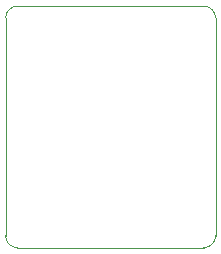
<source format=gm1>
G04 #@! TF.GenerationSoftware,KiCad,Pcbnew,9.0.6*
G04 #@! TF.CreationDate,2026-01-08T00:16:10-06:00*
G04 #@! TF.ProjectId,SMDIP-16_7.62x19.84_P2.54,534d4449-502d-4313-965f-372e36327831,rev?*
G04 #@! TF.SameCoordinates,Original*
G04 #@! TF.FileFunction,Profile,NP*
%FSLAX46Y46*%
G04 Gerber Fmt 4.6, Leading zero omitted, Abs format (unit mm)*
G04 Created by KiCad (PCBNEW 9.0.6) date 2026-01-08 00:16:10*
%MOMM*%
%LPD*%
G01*
G04 APERTURE LIST*
G04 #@! TA.AperFunction,Profile*
%ADD10C,0.050000*%
G04 #@! TD*
G04 APERTURE END LIST*
D10*
X142510000Y-87567547D02*
G75*
G02*
X143509953Y-88567547I0J-999953D01*
G01*
X126730000Y-87567547D02*
X142510000Y-87567547D01*
X143510000Y-88567547D02*
X143510000Y-107012453D01*
X126730000Y-108012453D02*
G75*
G02*
X125730047Y-107012453I0J999953D01*
G01*
X142510000Y-108012453D02*
X126730000Y-108012453D01*
X143510000Y-107012453D02*
G75*
G02*
X142510000Y-108012500I-1000000J-47D01*
G01*
X125730000Y-107012453D02*
X125730000Y-88567547D01*
X125730000Y-88567547D02*
G75*
G02*
X126730000Y-87567600I999900J47D01*
G01*
M02*

</source>
